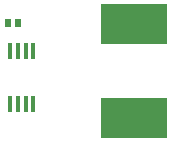
<source format=gbr>
G04*
G04 #@! TF.GenerationSoftware,Altium Limited,Altium Designer,23.0.1 (38)*
G04*
G04 Layer_Color=8421504*
%FSLAX25Y25*%
%MOIN*%
G70*
G04*
G04 #@! TF.SameCoordinates,E18D91D4-50B4-47E9-96DD-EFB38571A0BB*
G04*
G04*
G04 #@! TF.FilePolarity,Positive*
G04*
G01*
G75*
%ADD15R,0.01700X0.05500*%
%ADD16R,0.02362X0.02520*%
%ADD17R,0.21900X0.13800*%
D15*
X130300Y49100D02*
D03*
X127700D02*
D03*
X125200D02*
D03*
Y66900D02*
D03*
X127700D02*
D03*
X130300D02*
D03*
X132800D02*
D03*
Y49100D02*
D03*
D16*
X124268Y76000D02*
D03*
X127732D02*
D03*
D17*
X166269Y44508D02*
D03*
Y75708D02*
D03*
M02*

</source>
